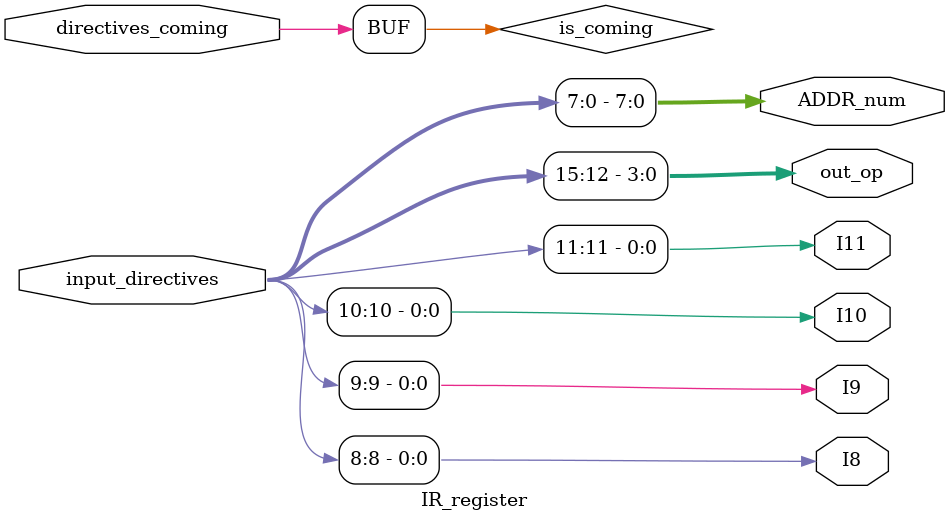
<source format=v>

module IR_register(
        input           directives_coming,
        input [15:0]    input_directives,
        output reg I8 ,
        output reg I9 ,
        output reg I10,
        output reg I11,
        output reg [3:0] out_op,
        output  reg [7:0] ADDR_num
    );
    reg is_coming;
    always @(*) begin
        is_coming<=directives_coming;
        ADDR_num<=   input_directives[7:0];
        I8 <= input_directives[8]  ;
        I9 <=input_directives[9]  ;
        I10<=input_directives[10];
        I11<=input_directives[11];
        out_op<=input_directives[15:12];
    end

endmodule

</source>
